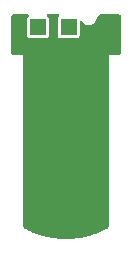
<source format=gbr>
%TF.GenerationSoftware,KiCad,Pcbnew,7.0.6*%
%TF.CreationDate,2023-12-14T14:39:05-08:00*%
%TF.ProjectId,UGC_Trigger,5547435f-5472-4696-9767-65722e6b6963,rev?*%
%TF.SameCoordinates,Original*%
%TF.FileFunction,Copper,L2,Bot*%
%TF.FilePolarity,Positive*%
%FSLAX46Y46*%
G04 Gerber Fmt 4.6, Leading zero omitted, Abs format (unit mm)*
G04 Created by KiCad (PCBNEW 7.0.6) date 2023-12-14 14:39:05*
%MOMM*%
%LPD*%
G01*
G04 APERTURE LIST*
%TA.AperFunction,ComponentPad*%
%ADD10R,1.350000X1.350000*%
%TD*%
G04 APERTURE END LIST*
D10*
%TO.P,J1,1,Pin_1*%
%TO.N,Net-(J1-Pin_1)*%
X276535963Y-147415545D03*
%TD*%
%TO.P,J2,1,Pin_1*%
%TO.N,Net-(J2-Pin_1)*%
X279135963Y-147415545D03*
%TD*%
%TA.AperFunction,NonConductor*%
G36*
X275720928Y-146324185D02*
G01*
X275766683Y-146376989D01*
X275776627Y-146446147D01*
X275747602Y-146509703D01*
X275722782Y-146531600D01*
X275703497Y-146544486D01*
X275680362Y-146559944D01*
X275624996Y-146642805D01*
X275624995Y-146642809D01*
X275610463Y-146715866D01*
X275610463Y-148115223D01*
X275624995Y-148188280D01*
X275624996Y-148188284D01*
X275624997Y-148188285D01*
X275680362Y-148271146D01*
X275763222Y-148326510D01*
X275763223Y-148326511D01*
X275763227Y-148326512D01*
X275836284Y-148341044D01*
X275836287Y-148341045D01*
X275836289Y-148341045D01*
X277235639Y-148341045D01*
X277235640Y-148341044D01*
X277308703Y-148326511D01*
X277391564Y-148271146D01*
X277446929Y-148188285D01*
X277461463Y-148115219D01*
X277461463Y-146715871D01*
X277461463Y-146715868D01*
X277461462Y-146715866D01*
X277446930Y-146642809D01*
X277446929Y-146642805D01*
X277426997Y-146612974D01*
X277391564Y-146559944D01*
X277349145Y-146531601D01*
X277304341Y-146477991D01*
X277295634Y-146408666D01*
X277325788Y-146345638D01*
X277385231Y-146308918D01*
X277418037Y-146304500D01*
X278253889Y-146304500D01*
X278320928Y-146324185D01*
X278366683Y-146376989D01*
X278376627Y-146446147D01*
X278347602Y-146509703D01*
X278322782Y-146531600D01*
X278303497Y-146544486D01*
X278280362Y-146559944D01*
X278224996Y-146642805D01*
X278224995Y-146642809D01*
X278210463Y-146715866D01*
X278210463Y-148115223D01*
X278224995Y-148188280D01*
X278224996Y-148188284D01*
X278224997Y-148188285D01*
X278280362Y-148271146D01*
X278363222Y-148326510D01*
X278363223Y-148326511D01*
X278363227Y-148326512D01*
X278436284Y-148341044D01*
X278436287Y-148341045D01*
X278436289Y-148341045D01*
X279835639Y-148341045D01*
X279835640Y-148341044D01*
X279908703Y-148326511D01*
X279991564Y-148271146D01*
X280046929Y-148188285D01*
X280061463Y-148115219D01*
X280061463Y-147034297D01*
X280081148Y-146967258D01*
X280133952Y-146921503D01*
X280203110Y-146911559D01*
X280266666Y-146940584D01*
X280285422Y-146960920D01*
X280303985Y-146986208D01*
X280309398Y-147001148D01*
X280320775Y-147012116D01*
X280334672Y-147028011D01*
X280360991Y-147063864D01*
X280412620Y-147107632D01*
X280422158Y-147122127D01*
X280434125Y-147128843D01*
X280453623Y-147142392D01*
X280466127Y-147152992D01*
X280478336Y-147163342D01*
X280545307Y-147197258D01*
X280547045Y-147198138D01*
X280560743Y-147211011D01*
X280572140Y-147213991D01*
X280596801Y-147223336D01*
X280615576Y-147232844D01*
X280615577Y-147232845D01*
X280699212Y-147252815D01*
X280716667Y-147262809D01*
X280726465Y-147262809D01*
X280755265Y-147266200D01*
X280765198Y-147268572D01*
X280765201Y-147268572D01*
X280765204Y-147268573D01*
X280765206Y-147268573D01*
X280772427Y-147269423D01*
X280772414Y-147269527D01*
X280794293Y-147272340D01*
X280794560Y-147272185D01*
X280824272Y-147268573D01*
X280859971Y-147268573D01*
X280880385Y-147274567D01*
X280887892Y-147272605D01*
X280911829Y-147269527D01*
X280911817Y-147269423D01*
X280919037Y-147268573D01*
X280919040Y-147268573D01*
X280919043Y-147268572D01*
X280919045Y-147268572D01*
X280928979Y-147266200D01*
X280957779Y-147262809D01*
X280958536Y-147262809D01*
X280985028Y-147252815D01*
X281068668Y-147232844D01*
X281087442Y-147223335D01*
X281112103Y-147213990D01*
X281115250Y-147213167D01*
X281137199Y-147198138D01*
X281138937Y-147197258D01*
X281205908Y-147163342D01*
X281230620Y-147142392D01*
X281250119Y-147128843D01*
X281255140Y-147126024D01*
X281271620Y-147107635D01*
X281323252Y-147063865D01*
X281349576Y-147028005D01*
X281363471Y-147012114D01*
X281369532Y-147006270D01*
X281380255Y-146986212D01*
X281414285Y-146939856D01*
X281436666Y-146886747D01*
X281445086Y-146870312D01*
X281451302Y-146860127D01*
X281456627Y-146839380D01*
X281474027Y-146798095D01*
X281486090Y-146725779D01*
X281487686Y-146718759D01*
X281492458Y-146702263D01*
X281520612Y-146612974D01*
X281531008Y-146589103D01*
X281548038Y-146559081D01*
X281550288Y-146555421D01*
X281587609Y-146499233D01*
X281600181Y-146483310D01*
X281627789Y-146453697D01*
X281633016Y-146448712D01*
X281685683Y-146404058D01*
X281691446Y-146399725D01*
X281725166Y-146377340D01*
X281742947Y-146367533D01*
X281804486Y-146339905D01*
X281808463Y-146338284D01*
X281840822Y-146326411D01*
X281866116Y-146320055D01*
X281960774Y-146306644D01*
X281975365Y-146304925D01*
X281982614Y-146304500D01*
X283311357Y-146304500D01*
X283330746Y-146306025D01*
X283333528Y-146306465D01*
X283344842Y-146308714D01*
X283389766Y-146317642D01*
X283421892Y-146328782D01*
X283433513Y-146334704D01*
X283439817Y-146338399D01*
X283472433Y-146360197D01*
X283491214Y-146375612D01*
X283499494Y-146383892D01*
X283514919Y-146402687D01*
X283536717Y-146435314D01*
X283540409Y-146441614D01*
X283546332Y-146453239D01*
X283557466Y-146485343D01*
X283557469Y-146485356D01*
X283568557Y-146541102D01*
X283569094Y-146544495D01*
X283570623Y-146563901D01*
X283570623Y-149544237D01*
X283569106Y-149563576D01*
X283568683Y-149566247D01*
X283557418Y-149622814D01*
X283546291Y-149654890D01*
X283540596Y-149666067D01*
X283536903Y-149672367D01*
X283514779Y-149705483D01*
X283499354Y-149724278D01*
X283491389Y-149732243D01*
X283472605Y-149747660D01*
X283439482Y-149769795D01*
X283433177Y-149773491D01*
X283422022Y-149779175D01*
X283389927Y-149790307D01*
X283335620Y-149801115D01*
X283311417Y-149803500D01*
X282595883Y-149803500D01*
X282595677Y-149803459D01*
X282571123Y-149803459D01*
X282571024Y-149803500D01*
X282570740Y-149803616D01*
X282570738Y-149803618D01*
X282570582Y-149803999D01*
X282570599Y-149828616D01*
X282570594Y-149828616D01*
X282570623Y-149828759D01*
X282570623Y-164082511D01*
X282570291Y-164088917D01*
X282561220Y-164176294D01*
X282556413Y-164199913D01*
X282536795Y-164263755D01*
X282527462Y-164286086D01*
X282489159Y-164357274D01*
X282477223Y-164375437D01*
X282446602Y-164414157D01*
X282431676Y-164429960D01*
X282370293Y-164484468D01*
X282352838Y-164497420D01*
X282303684Y-164527599D01*
X282299152Y-164530127D01*
X282170756Y-164594856D01*
X282138886Y-164610923D01*
X281974321Y-164688856D01*
X281807889Y-164762721D01*
X281639633Y-164832506D01*
X281469729Y-164898143D01*
X281298322Y-164959584D01*
X281125390Y-165016835D01*
X281073903Y-165032491D01*
X280951166Y-165069812D01*
X280775773Y-165118479D01*
X280599198Y-165162826D01*
X280421706Y-165202779D01*
X280243284Y-165238325D01*
X280064061Y-165269418D01*
X279884224Y-165296008D01*
X279703831Y-165318062D01*
X279576633Y-165330358D01*
X279522996Y-165335543D01*
X279395238Y-165345102D01*
X279267226Y-165352380D01*
X279139193Y-165357376D01*
X279011010Y-165360106D01*
X278882834Y-165360576D01*
X278754645Y-165358797D01*
X278626426Y-165354776D01*
X278498267Y-165348522D01*
X278370273Y-165340047D01*
X278242309Y-165329347D01*
X278114693Y-165316458D01*
X277987198Y-165301361D01*
X277859951Y-165284073D01*
X277733060Y-165264614D01*
X277606450Y-165242973D01*
X277480285Y-165219183D01*
X277354472Y-165193227D01*
X277229171Y-165165139D01*
X277104364Y-165134917D01*
X277104364Y-165134916D01*
X276980055Y-165102557D01*
X276856342Y-165068087D01*
X276733257Y-165031513D01*
X276610790Y-164992827D01*
X276488981Y-164952039D01*
X276368024Y-164909211D01*
X276247734Y-164864273D01*
X276128235Y-164817263D01*
X276009654Y-164768224D01*
X275891959Y-164717141D01*
X275775193Y-164664020D01*
X275659347Y-164608850D01*
X275547654Y-164553226D01*
X275541605Y-164549777D01*
X275468088Y-164502206D01*
X275449219Y-164487206D01*
X275401284Y-164440817D01*
X275385533Y-164422246D01*
X275338958Y-164354905D01*
X275328098Y-164335772D01*
X275307394Y-164290320D01*
X275300087Y-164269574D01*
X275298602Y-164263755D01*
X275279546Y-164189064D01*
X275276023Y-164167364D01*
X275271783Y-164108720D01*
X275271623Y-164104263D01*
X275271623Y-149828759D01*
X275271651Y-149828616D01*
X275271647Y-149828616D01*
X275271662Y-149804002D01*
X275271664Y-149804000D01*
X275271585Y-149803808D01*
X275271507Y-149803618D01*
X275271505Y-149803616D01*
X275271222Y-149803500D01*
X275271123Y-149803459D01*
X275246569Y-149803459D01*
X275246363Y-149803500D01*
X274530882Y-149803500D01*
X274511513Y-149801978D01*
X274508869Y-149801560D01*
X274452305Y-149790300D01*
X274420227Y-149779174D01*
X274409057Y-149773483D01*
X274402761Y-149769793D01*
X274369625Y-149747655D01*
X274350838Y-149732239D01*
X274342873Y-149724275D01*
X274327455Y-149705489D01*
X274305322Y-149672367D01*
X274305315Y-149672355D01*
X274301627Y-149666064D01*
X274295938Y-149654899D01*
X274284811Y-149622809D01*
X274274005Y-149568488D01*
X274271623Y-149544303D01*
X274271623Y-146563760D01*
X274273159Y-146544306D01*
X274273595Y-146541559D01*
X274284761Y-146485356D01*
X274295894Y-146453236D01*
X274301834Y-146441579D01*
X274305503Y-146435320D01*
X274327315Y-146402678D01*
X274342716Y-146383913D01*
X274351031Y-146375599D01*
X274369794Y-146360203D01*
X274402440Y-146338392D01*
X274408700Y-146334723D01*
X274420373Y-146328777D01*
X274452464Y-146317651D01*
X274508204Y-146306568D01*
X274511646Y-146306023D01*
X274531019Y-146304500D01*
X275653889Y-146304500D01*
X275720928Y-146324185D01*
G37*
%TD.AperFunction*%
M02*

</source>
